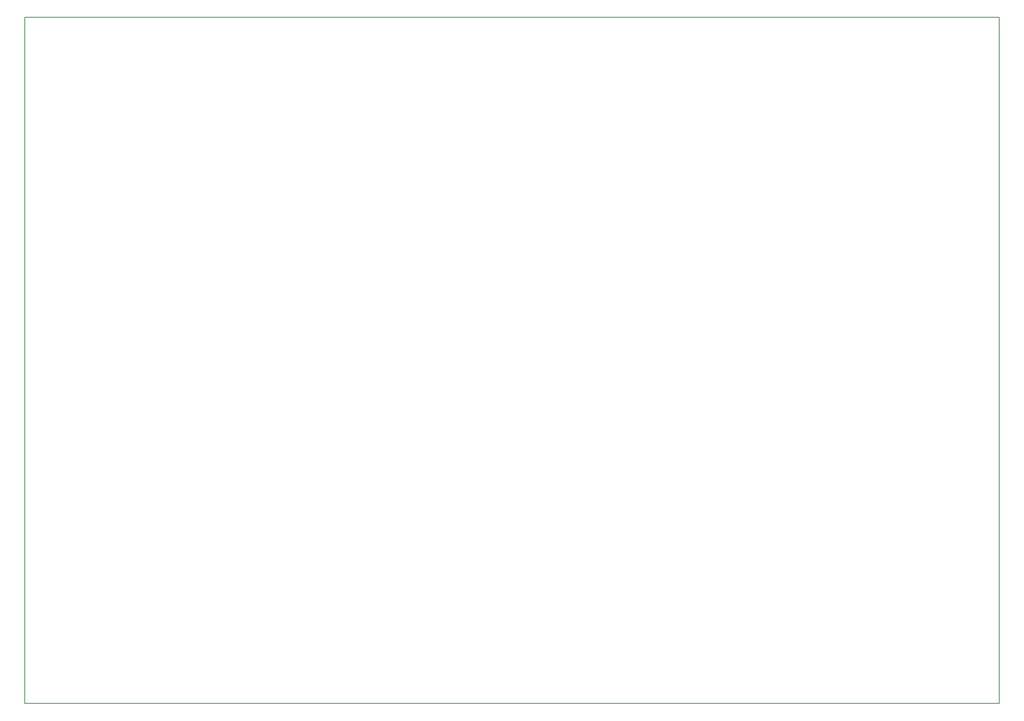
<source format=gtp>
G04 #@! TF.GenerationSoftware,KiCad,Pcbnew,6.0.0-d3dd2cf0fa~116~ubuntu20.04.1*
G04 #@! TF.CreationDate,2022-01-09T22:40:42+01:00*
G04 #@! TF.ProjectId,Statikplatte,53746174-696b-4706-9c61-7474652e6b69,rev?*
G04 #@! TF.SameCoordinates,Original*
G04 #@! TF.FileFunction,Paste,Top*
G04 #@! TF.FilePolarity,Positive*
%FSLAX46Y46*%
G04 Gerber Fmt 4.6, Leading zero omitted, Abs format (unit mm)*
G04 Created by KiCad (PCBNEW 6.0.0-d3dd2cf0fa~116~ubuntu20.04.1) date 2022-01-09 22:40:42*
%MOMM*%
%LPD*%
G01*
G04 APERTURE LIST*
G04 #@! TA.AperFunction,Profile*
%ADD10C,0.150000*%
G04 #@! TD*
G04 APERTURE END LIST*
D10*
X15000000Y-15000000D02*
X225000000Y-15000000D01*
X225000000Y-15000000D02*
X225000000Y-163000000D01*
X15000000Y-163000000D02*
X225000000Y-163000000D01*
X15000000Y-15000000D02*
X15000000Y-163000000D01*
M02*

</source>
